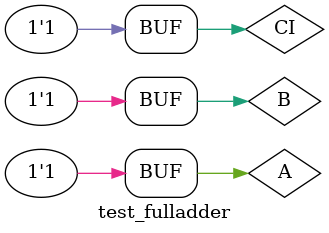
<source format=v>
`timescale 1ns / 1ps


module test_fulladder();
  reg A, B, CI;
  wire S, CO;

  fulladder fa(A, B, CI, CO, S);
  
    initial begin
    A = 1'b0;B = 1'b0;CI = 1'b0;
    #100;
    A = 1'b0;B = 1'b0;CI = 1'b1;
    #100;
    A = 1'b0;B = 1'b1;CI = 1'b0;
    #100;
    A = 1'b0;B = 1'b1;CI = 1'b1;
    #100;
    A = 1'b1;B = 1'b0;CI = 1'b0;
    #100;
    A = 1'b1;B = 1'b0;CI = 1'b1;
    #100;
    A = 1'b1;B = 1'b1;CI = 1'b0;
    #100;
    A = 1'b1;B = 1'b1;CI = 1'b1;
    #100;
    end

endmodule

</source>
